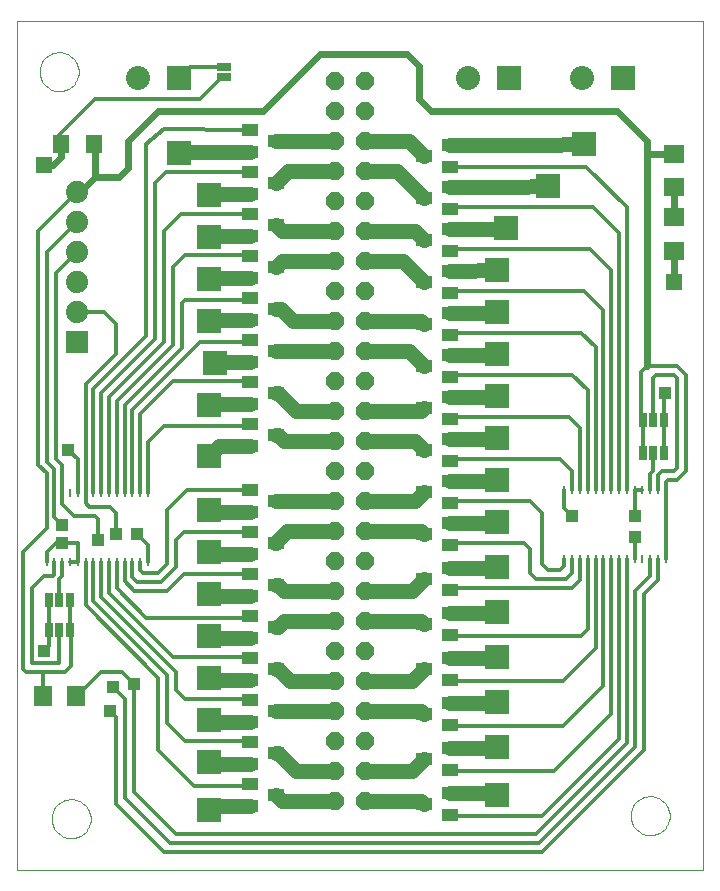
<source format=gtl>
G75*
%MOIN*%
%OFA0B0*%
%FSLAX24Y24*%
%IPPOS*%
%LPD*%
%AMOC8*
5,1,8,0,0,1.08239X$1,22.5*
%
%ADD10C,0.0000*%
%ADD11R,0.0551X0.0630*%
%ADD12R,0.0740X0.0740*%
%ADD13C,0.0740*%
%ADD14OC8,0.0600*%
%ADD15R,0.0800X0.0800*%
%ADD16C,0.0800*%
%ADD17R,0.0710X0.0630*%
%ADD18R,0.0551X0.0394*%
%ADD19R,0.0709X0.0630*%
%ADD20R,0.0630X0.0709*%
%ADD21R,0.0500X0.0250*%
%ADD22R,0.0250X0.0500*%
%ADD23R,0.0098X0.0315*%
%ADD24C,0.0500*%
%ADD25R,0.0827X0.0827*%
%ADD26C,0.0120*%
%ADD27C,0.0240*%
%ADD28R,0.0396X0.0396*%
%ADD29R,0.0531X0.0531*%
D10*
X000100Y000100D02*
X000100Y028396D01*
X022970Y028396D01*
X022970Y000100D01*
X000100Y000100D01*
X001250Y001800D02*
X001252Y001850D01*
X001258Y001900D01*
X001268Y001950D01*
X001281Y001998D01*
X001298Y002046D01*
X001319Y002092D01*
X001343Y002136D01*
X001371Y002178D01*
X001402Y002218D01*
X001436Y002255D01*
X001473Y002290D01*
X001512Y002321D01*
X001553Y002350D01*
X001597Y002375D01*
X001643Y002397D01*
X001690Y002415D01*
X001738Y002429D01*
X001787Y002440D01*
X001837Y002447D01*
X001887Y002450D01*
X001938Y002449D01*
X001988Y002444D01*
X002038Y002435D01*
X002086Y002423D01*
X002134Y002406D01*
X002180Y002386D01*
X002225Y002363D01*
X002268Y002336D01*
X002308Y002306D01*
X002346Y002273D01*
X002381Y002237D01*
X002414Y002198D01*
X002443Y002157D01*
X002469Y002114D01*
X002492Y002069D01*
X002511Y002022D01*
X002526Y001974D01*
X002538Y001925D01*
X002546Y001875D01*
X002550Y001825D01*
X002550Y001775D01*
X002546Y001725D01*
X002538Y001675D01*
X002526Y001626D01*
X002511Y001578D01*
X002492Y001531D01*
X002469Y001486D01*
X002443Y001443D01*
X002414Y001402D01*
X002381Y001363D01*
X002346Y001327D01*
X002308Y001294D01*
X002268Y001264D01*
X002225Y001237D01*
X002180Y001214D01*
X002134Y001194D01*
X002086Y001177D01*
X002038Y001165D01*
X001988Y001156D01*
X001938Y001151D01*
X001887Y001150D01*
X001837Y001153D01*
X001787Y001160D01*
X001738Y001171D01*
X001690Y001185D01*
X001643Y001203D01*
X001597Y001225D01*
X001553Y001250D01*
X001512Y001279D01*
X001473Y001310D01*
X001436Y001345D01*
X001402Y001382D01*
X001371Y001422D01*
X001343Y001464D01*
X001319Y001508D01*
X001298Y001554D01*
X001281Y001602D01*
X001268Y001650D01*
X001258Y001700D01*
X001252Y001750D01*
X001250Y001800D01*
X020550Y001900D02*
X020552Y001950D01*
X020558Y002000D01*
X020568Y002050D01*
X020581Y002098D01*
X020598Y002146D01*
X020619Y002192D01*
X020643Y002236D01*
X020671Y002278D01*
X020702Y002318D01*
X020736Y002355D01*
X020773Y002390D01*
X020812Y002421D01*
X020853Y002450D01*
X020897Y002475D01*
X020943Y002497D01*
X020990Y002515D01*
X021038Y002529D01*
X021087Y002540D01*
X021137Y002547D01*
X021187Y002550D01*
X021238Y002549D01*
X021288Y002544D01*
X021338Y002535D01*
X021386Y002523D01*
X021434Y002506D01*
X021480Y002486D01*
X021525Y002463D01*
X021568Y002436D01*
X021608Y002406D01*
X021646Y002373D01*
X021681Y002337D01*
X021714Y002298D01*
X021743Y002257D01*
X021769Y002214D01*
X021792Y002169D01*
X021811Y002122D01*
X021826Y002074D01*
X021838Y002025D01*
X021846Y001975D01*
X021850Y001925D01*
X021850Y001875D01*
X021846Y001825D01*
X021838Y001775D01*
X021826Y001726D01*
X021811Y001678D01*
X021792Y001631D01*
X021769Y001586D01*
X021743Y001543D01*
X021714Y001502D01*
X021681Y001463D01*
X021646Y001427D01*
X021608Y001394D01*
X021568Y001364D01*
X021525Y001337D01*
X021480Y001314D01*
X021434Y001294D01*
X021386Y001277D01*
X021338Y001265D01*
X021288Y001256D01*
X021238Y001251D01*
X021187Y001250D01*
X021137Y001253D01*
X021087Y001260D01*
X021038Y001271D01*
X020990Y001285D01*
X020943Y001303D01*
X020897Y001325D01*
X020853Y001350D01*
X020812Y001379D01*
X020773Y001410D01*
X020736Y001445D01*
X020702Y001482D01*
X020671Y001522D01*
X020643Y001564D01*
X020619Y001608D01*
X020598Y001654D01*
X020581Y001702D01*
X020568Y001750D01*
X020558Y001800D01*
X020552Y001850D01*
X020550Y001900D01*
X000850Y026700D02*
X000852Y026750D01*
X000858Y026800D01*
X000868Y026850D01*
X000881Y026898D01*
X000898Y026946D01*
X000919Y026992D01*
X000943Y027036D01*
X000971Y027078D01*
X001002Y027118D01*
X001036Y027155D01*
X001073Y027190D01*
X001112Y027221D01*
X001153Y027250D01*
X001197Y027275D01*
X001243Y027297D01*
X001290Y027315D01*
X001338Y027329D01*
X001387Y027340D01*
X001437Y027347D01*
X001487Y027350D01*
X001538Y027349D01*
X001588Y027344D01*
X001638Y027335D01*
X001686Y027323D01*
X001734Y027306D01*
X001780Y027286D01*
X001825Y027263D01*
X001868Y027236D01*
X001908Y027206D01*
X001946Y027173D01*
X001981Y027137D01*
X002014Y027098D01*
X002043Y027057D01*
X002069Y027014D01*
X002092Y026969D01*
X002111Y026922D01*
X002126Y026874D01*
X002138Y026825D01*
X002146Y026775D01*
X002150Y026725D01*
X002150Y026675D01*
X002146Y026625D01*
X002138Y026575D01*
X002126Y026526D01*
X002111Y026478D01*
X002092Y026431D01*
X002069Y026386D01*
X002043Y026343D01*
X002014Y026302D01*
X001981Y026263D01*
X001946Y026227D01*
X001908Y026194D01*
X001868Y026164D01*
X001825Y026137D01*
X001780Y026114D01*
X001734Y026094D01*
X001686Y026077D01*
X001638Y026065D01*
X001588Y026056D01*
X001538Y026051D01*
X001487Y026050D01*
X001437Y026053D01*
X001387Y026060D01*
X001338Y026071D01*
X001290Y026085D01*
X001243Y026103D01*
X001197Y026125D01*
X001153Y026150D01*
X001112Y026179D01*
X001073Y026210D01*
X001036Y026245D01*
X001002Y026282D01*
X000971Y026322D01*
X000943Y026364D01*
X000919Y026408D01*
X000898Y026454D01*
X000881Y026502D01*
X000868Y026550D01*
X000858Y026600D01*
X000852Y026650D01*
X000850Y026700D01*
D11*
X001549Y024300D03*
X002651Y024300D03*
D12*
X002100Y017700D03*
D13*
X002100Y018700D03*
X002100Y019700D03*
X002100Y020700D03*
X002100Y021700D03*
X002100Y022700D03*
D14*
X010700Y022400D03*
X010700Y021400D03*
X010700Y020400D03*
X010700Y019400D03*
X010700Y018400D03*
X010700Y017400D03*
X010700Y016400D03*
X010700Y015400D03*
X010700Y014400D03*
X010700Y013400D03*
X010700Y012400D03*
X010700Y011400D03*
X010700Y010400D03*
X010700Y009400D03*
X010700Y008400D03*
X010700Y007400D03*
X010700Y006400D03*
X010700Y005400D03*
X010700Y004400D03*
X010700Y003400D03*
X010700Y002400D03*
X011700Y002400D03*
X011700Y003400D03*
X011700Y004400D03*
X011700Y005400D03*
X011700Y006400D03*
X011700Y007400D03*
X011700Y008400D03*
X011700Y009400D03*
X011700Y010400D03*
X011700Y011400D03*
X011700Y012400D03*
X011700Y013400D03*
X011700Y014400D03*
X011700Y015400D03*
X011700Y016400D03*
X011700Y017400D03*
X011700Y018400D03*
X011700Y019400D03*
X011700Y020400D03*
X011700Y021400D03*
X011700Y022400D03*
X011700Y023400D03*
X011700Y024400D03*
X011700Y025400D03*
X011700Y026400D03*
X010700Y026400D03*
X010700Y025400D03*
X010700Y024400D03*
X010700Y023400D03*
D15*
X005500Y026500D03*
X016500Y026500D03*
X020300Y026500D03*
D16*
X018922Y026500D03*
X015122Y026500D03*
X004122Y026500D03*
D17*
X022000Y021860D03*
X022000Y020740D03*
D18*
X014533Y020726D03*
X014533Y020074D03*
X014533Y019326D03*
X014533Y018674D03*
X014533Y017926D03*
X014533Y017274D03*
X014533Y016526D03*
X014533Y015874D03*
X014533Y015126D03*
X014533Y014474D03*
X014533Y013726D03*
X014533Y013074D03*
X014533Y012326D03*
X014533Y011674D03*
X014533Y010926D03*
X014533Y010174D03*
X014533Y009426D03*
X014533Y008674D03*
X014533Y007926D03*
X014533Y007174D03*
X014533Y006426D03*
X014533Y005674D03*
X014533Y004926D03*
X014533Y004174D03*
X014533Y003426D03*
X014533Y002674D03*
X014533Y001926D03*
X013667Y002300D03*
X013667Y003800D03*
X013667Y005300D03*
X013667Y006800D03*
X013667Y008300D03*
X013667Y009800D03*
X013667Y011300D03*
X013667Y012700D03*
X013667Y014100D03*
X013667Y015500D03*
X013667Y016900D03*
X013667Y018300D03*
X013667Y019700D03*
X013667Y021100D03*
X014533Y021474D03*
X014533Y022126D03*
X014533Y022874D03*
X014533Y023526D03*
X014533Y024274D03*
X013667Y023900D03*
X013667Y022500D03*
X008733Y023000D03*
X007867Y022626D03*
X007867Y021974D03*
X007867Y021226D03*
X007867Y020574D03*
X007867Y019826D03*
X007867Y019174D03*
X007867Y018426D03*
X007867Y017774D03*
X007867Y017026D03*
X007867Y016374D03*
X007867Y015626D03*
X007867Y014974D03*
X007867Y014226D03*
X008733Y014600D03*
X008733Y016000D03*
X008733Y017400D03*
X008733Y018800D03*
X008733Y020200D03*
X008733Y021600D03*
X007867Y023374D03*
X007867Y024026D03*
X007867Y024774D03*
X008733Y024400D03*
X007867Y012774D03*
X007867Y012026D03*
X007867Y011374D03*
X007867Y010626D03*
X007867Y009974D03*
X007867Y009226D03*
X007867Y008574D03*
X007867Y007826D03*
X007867Y007174D03*
X007867Y006426D03*
X007867Y005774D03*
X007867Y005026D03*
X007867Y004374D03*
X007867Y003626D03*
X007867Y002974D03*
X007867Y002226D03*
X008733Y002600D03*
X008733Y004000D03*
X008733Y005400D03*
X008733Y006800D03*
X008733Y008200D03*
X008733Y009600D03*
X008733Y011000D03*
X008733Y012400D03*
D19*
X022000Y022849D03*
X022000Y023951D03*
D20*
X002051Y005900D03*
X000949Y005900D03*
D21*
X007000Y026538D03*
X007000Y026862D03*
D22*
X020950Y015100D03*
X021300Y015100D03*
X021650Y015100D03*
X021650Y014000D03*
X021300Y014000D03*
X020950Y014000D03*
X001850Y009100D03*
X001500Y009100D03*
X001150Y009100D03*
X001150Y008100D03*
X001500Y008100D03*
X001850Y008100D03*
D23*
X001860Y010350D03*
X001600Y010350D03*
X001340Y010350D03*
X001080Y010350D03*
X002120Y010350D03*
X002380Y010350D03*
X002640Y010350D03*
X002900Y010348D03*
X003160Y010350D03*
X003420Y010350D03*
X003680Y010350D03*
X003940Y010350D03*
X004200Y010350D03*
X004460Y010350D03*
X004460Y012650D03*
X004200Y012650D03*
X003940Y012650D03*
X003680Y012650D03*
X003420Y012650D03*
X003160Y012650D03*
X002900Y012652D03*
X002640Y012650D03*
X002380Y012650D03*
X002120Y012650D03*
X001860Y012650D03*
X001600Y012650D03*
X001340Y012650D03*
X001080Y012650D03*
X018340Y012750D03*
X018600Y012750D03*
X018860Y012750D03*
X019120Y012750D03*
X019380Y012750D03*
X019640Y012750D03*
X019900Y012752D03*
X020160Y012750D03*
X020420Y012750D03*
X020680Y012750D03*
X020940Y012750D03*
X021200Y012750D03*
X021460Y012750D03*
X021720Y012750D03*
X021720Y010450D03*
X021460Y010450D03*
X021200Y010450D03*
X020940Y010450D03*
X020680Y010450D03*
X020420Y010450D03*
X020160Y010450D03*
X019900Y010448D03*
X019640Y010450D03*
X019380Y010450D03*
X019120Y010450D03*
X018860Y010450D03*
X018600Y010450D03*
X018340Y010450D03*
D24*
X016100Y010200D02*
X016074Y010174D01*
X014533Y010174D01*
X013667Y009800D02*
X013267Y009400D01*
X011700Y009400D01*
X011700Y008400D02*
X013567Y008400D01*
X013667Y008300D01*
X014533Y008674D02*
X015974Y008674D01*
X016100Y008700D01*
X016100Y007200D02*
X015974Y007174D01*
X014533Y007174D01*
X013667Y006800D02*
X013267Y006400D01*
X011700Y006400D01*
X011700Y005400D02*
X013567Y005400D01*
X013667Y005300D01*
X014533Y005674D02*
X015974Y005674D01*
X016100Y005700D01*
X016100Y004200D02*
X016074Y004174D01*
X014533Y004174D01*
X013667Y003800D02*
X013267Y003400D01*
X011700Y003400D01*
X011700Y002400D02*
X013567Y002400D01*
X013667Y002300D01*
X014533Y002674D02*
X015926Y002674D01*
X016100Y002600D01*
X010700Y002400D02*
X008933Y002400D01*
X008733Y002600D01*
X009400Y003400D02*
X008800Y004000D01*
X008733Y004000D01*
X009400Y003400D02*
X010700Y003400D01*
X010700Y005400D02*
X008733Y005400D01*
X007867Y005026D02*
X006574Y005026D01*
X006500Y005100D01*
X006574Y006426D02*
X006500Y006500D01*
X006574Y006426D02*
X007867Y006426D01*
X008733Y006800D02*
X008800Y006800D01*
X009200Y006400D01*
X010700Y006400D01*
X010700Y008400D02*
X009000Y008400D01*
X008800Y008200D01*
X008733Y008200D01*
X007867Y007826D02*
X006574Y007826D01*
X006500Y007900D01*
X006574Y009226D02*
X006500Y009300D01*
X006574Y009226D02*
X007867Y009226D01*
X008733Y009600D02*
X008800Y009600D01*
X009000Y009400D01*
X010700Y009400D01*
X010700Y011400D02*
X009100Y011400D01*
X008700Y011000D01*
X008733Y011000D01*
X007867Y010626D02*
X006574Y010626D01*
X006500Y010700D01*
X006574Y012026D02*
X006500Y012100D01*
X006574Y012026D02*
X007867Y012026D01*
X008733Y012400D02*
X010700Y012400D01*
X011700Y012400D02*
X013367Y012400D01*
X013667Y012700D01*
X014533Y013074D02*
X015974Y013074D01*
X016000Y013100D01*
X016100Y013100D01*
X016100Y011700D02*
X016074Y011674D01*
X014533Y011674D01*
X013667Y011300D02*
X013567Y011400D01*
X011700Y011400D01*
X013667Y014100D02*
X013367Y014400D01*
X011700Y014400D01*
X011700Y015400D02*
X013567Y015400D01*
X013667Y015500D01*
X014533Y015874D02*
X016074Y015874D01*
X016100Y015900D01*
X016074Y017274D02*
X016100Y017300D01*
X016074Y017274D02*
X014533Y017274D01*
X013667Y016900D02*
X013167Y017400D01*
X011700Y017400D01*
X011700Y018400D02*
X013567Y018400D01*
X013667Y018300D01*
X014533Y018674D02*
X016074Y018674D01*
X016100Y018700D01*
X016100Y020100D02*
X015600Y020100D01*
X015226Y020074D01*
X014533Y020074D01*
X013667Y019700D02*
X012967Y020400D01*
X011700Y020400D01*
X011700Y021400D02*
X013367Y021400D01*
X013667Y021100D01*
X014533Y021474D02*
X015726Y021474D01*
X016400Y021500D01*
X016526Y022874D02*
X017800Y022900D01*
X016526Y022874D02*
X014533Y022874D01*
X013667Y022500D02*
X012767Y023400D01*
X011700Y023400D01*
X011700Y024400D02*
X013167Y024400D01*
X013667Y023900D01*
X014533Y024274D02*
X017526Y024274D01*
X019000Y024300D01*
X016100Y014500D02*
X016074Y014474D01*
X014533Y014474D01*
X010700Y014400D02*
X009000Y014400D01*
X008800Y014600D01*
X008733Y014600D01*
X009400Y015400D02*
X008800Y016000D01*
X008733Y016000D01*
X009400Y015400D02*
X010700Y015400D01*
X010700Y017400D02*
X008733Y017400D01*
X009300Y018400D02*
X008900Y018800D01*
X008733Y018800D01*
X009300Y018400D02*
X010700Y018400D01*
X010700Y020400D02*
X008933Y020400D01*
X008733Y020200D01*
X007867Y019826D02*
X006526Y019826D01*
X006500Y019800D01*
X006526Y018426D02*
X006500Y018400D01*
X006526Y018426D02*
X007867Y018426D01*
X007867Y017026D02*
X006626Y017026D01*
X006700Y017000D01*
X006526Y015626D02*
X006500Y015600D01*
X006526Y015626D02*
X007867Y015626D01*
X007867Y014226D02*
X006826Y014226D01*
X006500Y013900D01*
X006500Y021200D02*
X006526Y021226D01*
X007867Y021226D01*
X008733Y021600D02*
X008933Y021400D01*
X010700Y021400D01*
X010700Y023400D02*
X009133Y023400D01*
X008733Y023000D01*
X007867Y022626D02*
X006526Y022626D01*
X006500Y022600D01*
X006074Y024026D02*
X005500Y024000D01*
X006074Y024026D02*
X007867Y024026D01*
X008733Y024400D02*
X010700Y024400D01*
X007867Y003626D02*
X006574Y003626D01*
X006500Y003700D01*
X006626Y002226D02*
X006500Y002100D01*
X006626Y002226D02*
X007867Y002226D01*
D25*
X006500Y002100D03*
X006500Y003700D03*
X006500Y005100D03*
X006500Y006500D03*
X006500Y007900D03*
X006500Y009300D03*
X006500Y010700D03*
X006500Y012100D03*
X006500Y013900D03*
X006500Y015600D03*
X006700Y017000D03*
X006500Y018400D03*
X006500Y019800D03*
X006500Y021200D03*
X006500Y022600D03*
X005500Y024000D03*
X016100Y020100D03*
X016100Y018700D03*
X016100Y017300D03*
X016100Y015900D03*
X016100Y014500D03*
X016100Y013100D03*
X016100Y011700D03*
X016100Y010200D03*
X016100Y008700D03*
X016100Y007200D03*
X016100Y005700D03*
X016100Y004200D03*
X016100Y002600D03*
X016400Y021500D03*
X017800Y022900D03*
X019000Y024300D03*
D26*
X019074Y023526D02*
X020420Y022180D01*
X020420Y012750D01*
X020160Y012750D02*
X020160Y021340D01*
X019300Y022200D01*
X014607Y022200D01*
X014533Y022126D01*
X014607Y020800D02*
X014533Y020726D01*
X014607Y020800D02*
X019200Y020800D01*
X019900Y020100D01*
X019900Y012752D01*
X019640Y012750D02*
X019640Y018760D01*
X019000Y019400D01*
X014607Y019400D01*
X014533Y019326D01*
X014607Y018000D02*
X014533Y017926D01*
X014607Y018000D02*
X018900Y018000D01*
X019380Y017520D01*
X019380Y012750D01*
X019120Y012750D02*
X019120Y016080D01*
X018600Y016600D01*
X014607Y016600D01*
X014533Y016526D01*
X014607Y015200D02*
X014533Y015126D01*
X014607Y015200D02*
X018500Y015200D01*
X018860Y014840D01*
X018860Y012750D01*
X018600Y012750D02*
X018600Y013400D01*
X018200Y013800D01*
X014607Y013800D01*
X014533Y013726D01*
X014607Y012400D02*
X014533Y012326D01*
X014607Y012400D02*
X017200Y012400D01*
X017600Y012000D01*
X017600Y010300D01*
X017800Y010100D01*
X018200Y010100D01*
X018340Y010240D01*
X018340Y010450D01*
X018600Y010450D02*
X018600Y010000D01*
X018400Y009800D01*
X017400Y009800D01*
X017200Y010000D01*
X017200Y010800D01*
X017000Y011000D01*
X014607Y011000D01*
X014533Y010926D01*
X014607Y009500D02*
X014533Y009426D01*
X014607Y009500D02*
X018600Y009500D01*
X018860Y009760D01*
X018860Y010450D01*
X019120Y010450D02*
X019120Y008120D01*
X018900Y007900D01*
X014559Y007900D01*
X014533Y007926D01*
X014533Y006426D02*
X014559Y006400D01*
X018300Y006400D01*
X019380Y007480D01*
X019380Y010450D01*
X019640Y010450D02*
X019640Y006240D01*
X018300Y004900D01*
X014559Y004900D01*
X014533Y004926D01*
X014533Y003426D02*
X014559Y003400D01*
X018000Y003400D01*
X019900Y005300D01*
X019900Y010448D01*
X020160Y010450D02*
X020160Y004460D01*
X017600Y001900D01*
X014559Y001900D01*
X014533Y001926D01*
X017400Y001300D02*
X020420Y004320D01*
X020420Y010450D01*
X020680Y010450D02*
X020680Y011180D01*
X020700Y011200D01*
X020700Y011900D02*
X020680Y011920D01*
X020680Y012750D01*
X020940Y012750D01*
X021200Y012750D02*
X021200Y013300D01*
X021300Y013400D01*
X021300Y014000D01*
X020950Y014000D02*
X020950Y015100D01*
X020900Y015150D01*
X020900Y016700D01*
X021100Y016900D01*
X022100Y016900D01*
X022400Y016600D01*
X022400Y013400D01*
X022100Y013100D01*
X021800Y013100D01*
X021720Y013020D01*
X021720Y012750D01*
X021720Y010450D01*
X021460Y010450D02*
X021460Y009760D01*
X021000Y009300D01*
X021000Y004100D01*
X017600Y000700D01*
X005000Y000700D01*
X003400Y002300D01*
X003400Y005200D01*
X003200Y005400D01*
X003700Y005800D02*
X003700Y002500D01*
X005200Y001000D01*
X017500Y001000D01*
X020700Y004200D01*
X020700Y009400D01*
X021200Y009900D01*
X021200Y010450D01*
X021460Y012750D02*
X021460Y013260D01*
X021600Y013400D01*
X022000Y013400D01*
X022100Y013500D01*
X022100Y016500D01*
X022000Y016600D01*
X021400Y016600D01*
X021300Y016500D01*
X021300Y015100D01*
X021650Y015100D02*
X021650Y015950D01*
X021700Y016000D01*
X021650Y015100D02*
X021650Y014000D01*
X018600Y011900D02*
X018340Y012160D01*
X018340Y012750D01*
X019074Y023526D02*
X014533Y023526D01*
X007867Y023374D02*
X005074Y023374D01*
X004700Y023000D01*
X004700Y017800D01*
X002900Y016000D01*
X002900Y012652D01*
X002640Y012650D02*
X002640Y016140D01*
X004400Y017900D01*
X004400Y024300D01*
X005000Y024800D01*
X006100Y024800D01*
X006626Y024774D01*
X007867Y024774D01*
X006200Y025800D02*
X006938Y026538D01*
X007000Y026538D01*
X007000Y026862D02*
X005862Y026862D01*
X005500Y026500D01*
X006200Y025800D02*
X002700Y025800D01*
X001500Y024600D01*
X001500Y024349D01*
X001549Y024300D01*
X002100Y022700D02*
X000800Y021400D01*
X000800Y013600D01*
X001080Y013320D01*
X001080Y012650D01*
X001080Y011480D01*
X000300Y010700D01*
X000300Y006800D01*
X000400Y006700D01*
X001000Y006700D01*
X000949Y006649D01*
X000949Y005900D01*
X001000Y006700D02*
X001700Y006700D01*
X001900Y006900D01*
X001900Y008050D01*
X001850Y008100D01*
X001850Y009100D01*
X001500Y009100D02*
X001500Y009800D01*
X001600Y009900D01*
X001600Y010350D01*
X001340Y010350D02*
X001340Y009940D01*
X001300Y009900D01*
X001000Y009900D01*
X000600Y009500D01*
X000600Y007000D01*
X001500Y007000D01*
X001500Y008100D01*
X001150Y008100D02*
X001150Y007550D01*
X001000Y007400D01*
X001150Y008100D02*
X001150Y009100D01*
X001080Y010350D02*
X001080Y010680D01*
X001400Y011000D01*
X001600Y011000D01*
X002120Y010980D01*
X002120Y010350D01*
X001860Y010350D01*
X002380Y010350D02*
X002380Y008920D01*
X004800Y006500D01*
X004800Y004100D01*
X006000Y002900D01*
X007793Y002900D01*
X007867Y002974D01*
X007867Y004374D02*
X007841Y004400D01*
X005700Y004400D01*
X005100Y005000D01*
X005100Y006600D01*
X002640Y009060D01*
X002640Y010350D01*
X002900Y010348D02*
X002900Y009200D01*
X005400Y006700D01*
X005400Y006100D01*
X005700Y005800D01*
X007841Y005800D01*
X007867Y005774D01*
X007867Y007174D02*
X007841Y007200D01*
X005300Y007200D01*
X003160Y009340D01*
X003160Y010350D01*
X003420Y010350D02*
X003420Y009480D01*
X004400Y008500D01*
X007793Y008500D01*
X007867Y008574D01*
X007867Y009974D02*
X005674Y009974D01*
X005100Y009400D01*
X004000Y009400D01*
X003680Y009720D01*
X003680Y010350D01*
X003940Y010350D02*
X003940Y009860D01*
X004100Y009700D01*
X004900Y009700D01*
X005400Y010200D01*
X005400Y011100D01*
X005674Y011374D01*
X007867Y011374D01*
X007867Y012774D02*
X005774Y012774D01*
X005100Y012100D01*
X005100Y010300D01*
X004800Y010000D01*
X004300Y010000D01*
X004200Y010100D01*
X004200Y010350D01*
X004460Y010350D02*
X004460Y010940D01*
X004100Y011300D01*
X003400Y011300D02*
X003400Y012000D01*
X003200Y012200D01*
X002500Y012200D01*
X002380Y012320D01*
X002380Y012650D01*
X002380Y016280D01*
X003400Y017300D01*
X003400Y018300D01*
X003000Y018700D01*
X002100Y018700D01*
X001400Y020000D02*
X002100Y020700D01*
X001400Y020000D02*
X001400Y013800D01*
X001600Y013600D01*
X001600Y012650D01*
X001600Y012300D01*
X002000Y011900D01*
X002700Y011900D01*
X002800Y011800D01*
X002800Y011100D01*
X001600Y011600D02*
X001340Y011860D01*
X001340Y012650D01*
X001340Y013460D01*
X001100Y013700D01*
X001100Y020700D01*
X002100Y021700D01*
X005000Y021400D02*
X005574Y021974D01*
X007867Y021974D01*
X007841Y020600D02*
X007867Y020574D01*
X007841Y020600D02*
X005700Y020600D01*
X005300Y020200D01*
X005300Y017600D01*
X003420Y015720D01*
X003420Y012650D01*
X003160Y012650D02*
X003160Y015860D01*
X005000Y017700D01*
X005000Y021400D01*
X005700Y019100D02*
X007793Y019100D01*
X007867Y019174D01*
X007867Y017774D02*
X007793Y017700D01*
X006200Y017700D01*
X003940Y015440D01*
X003940Y012650D01*
X003680Y012650D02*
X003680Y015580D01*
X005600Y017500D01*
X005600Y019000D01*
X005700Y019100D01*
X005300Y016400D02*
X007841Y016400D01*
X007867Y016374D01*
X007867Y014974D02*
X007793Y014900D01*
X005000Y014900D01*
X004460Y014360D01*
X004460Y012650D01*
X004200Y012650D02*
X004200Y015300D01*
X005300Y016400D01*
X002120Y013780D02*
X002120Y012650D01*
X002120Y013780D02*
X001800Y014100D01*
X002900Y006700D02*
X003600Y006700D01*
X004000Y006300D01*
X004000Y002700D01*
X005400Y001300D01*
X017400Y001300D01*
X003700Y005800D02*
X003300Y006200D01*
X002900Y006700D02*
X002100Y005900D01*
X002051Y005900D01*
D27*
X002100Y022700D02*
X002200Y022700D01*
X002700Y023200D01*
X003500Y023200D01*
X003800Y023500D01*
X003800Y024400D01*
X004800Y025400D01*
X008300Y025400D01*
X010200Y027300D01*
X013100Y027300D01*
X013500Y026900D01*
X013500Y025800D01*
X013900Y025400D01*
X020100Y025400D01*
X021100Y024400D01*
X021100Y024000D01*
X021149Y023951D01*
X022000Y023951D01*
X021100Y024000D02*
X021100Y016900D01*
X022000Y019700D02*
X022000Y020740D01*
X022000Y021860D02*
X022000Y022849D01*
X002700Y023200D02*
X002700Y024251D01*
X002651Y024300D01*
X001549Y024300D02*
X001549Y023849D01*
X001300Y023600D01*
X001000Y023600D01*
D28*
X001800Y014100D03*
X001600Y011600D03*
X001600Y011000D03*
X002800Y011100D03*
X003400Y011300D03*
X004100Y011300D03*
X001000Y007400D03*
X003200Y005400D03*
X003300Y006200D03*
X004000Y006300D03*
X018600Y011900D03*
X020700Y011900D03*
X020700Y011200D03*
X021700Y016000D03*
D29*
X022000Y019700D03*
X001000Y023600D03*
M02*

</source>
